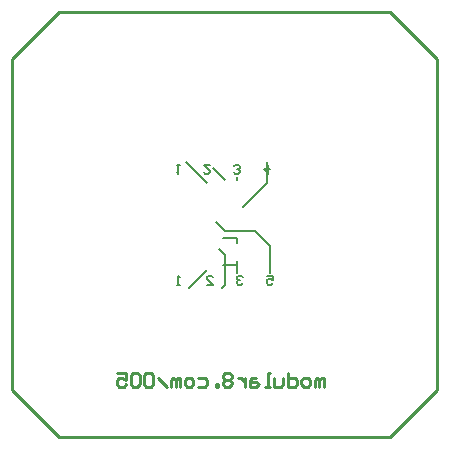
<source format=gbo>
%FSLAX24Y24*%
%MOIN*%
G70*
G01*
G75*
G04 Layer_Color=32896*
G04:AMPARAMS|DCode=10|XSize=100mil|YSize=17mil|CornerRadius=0mil|HoleSize=0mil|Usage=FLASHONLY|Rotation=90.000|XOffset=0mil|YOffset=0mil|HoleType=Round|Shape=Octagon|*
%AMOCTAGOND10*
4,1,8,0.0043,0.0500,-0.0043,0.0500,-0.0085,0.0458,-0.0085,-0.0458,-0.0043,-0.0500,0.0043,-0.0500,0.0085,-0.0458,0.0085,0.0458,0.0043,0.0500,0.0*
%
%ADD10OCTAGOND10*%

%ADD11R,0.0170X0.1000*%
%ADD12C,0.0100*%
%ADD13C,0.0200*%
%ADD14R,0.0625X0.0625*%
%ADD15R,0.0625X0.0625*%
%ADD16R,0.1575X0.0394*%
%ADD17R,0.1181X0.0394*%
%ADD18R,0.1575X0.1181*%
%ADD19R,0.1181X0.1575*%
%ADD20R,0.0197X0.0315*%
%ADD21R,0.0350X0.0310*%
%ADD22R,0.3700X0.1900*%
%ADD23R,0.3800X0.1900*%
%ADD24R,0.1575X1.2598*%
%ADD25R,1.4173X0.1575*%
%ADD26R,0.1575X1.2598*%
%ADD27R,1.1024X0.1575*%
G04:AMPARAMS|DCode=28|XSize=108mil|YSize=25mil|CornerRadius=0mil|HoleSize=0mil|Usage=FLASHONLY|Rotation=90.000|XOffset=0mil|YOffset=0mil|HoleType=Round|Shape=Octagon|*
%AMOCTAGOND28*
4,1,8,0.0063,0.0540,-0.0063,0.0540,-0.0125,0.0478,-0.0125,-0.0478,-0.0063,-0.0540,0.0063,-0.0540,0.0125,-0.0478,0.0125,0.0478,0.0063,0.0540,0.0*
%
%ADD28OCTAGOND28*%

%ADD29R,0.0250X0.1080*%
%ADD30R,0.0705X0.0705*%
%ADD31R,0.0705X0.0705*%
%ADD32R,0.0080X0.0080*%
%ADD33R,0.1655X0.0474*%
%ADD34R,0.1261X0.0474*%
%ADD35R,0.1655X0.1261*%
%ADD36R,0.1261X0.1655*%
%ADD37R,1.2598X0.1575*%
%ADD38R,0.1575X1.1024*%
%ADD39R,0.0277X0.0395*%
%ADD40R,0.0430X0.0390*%
%ADD41C,0.0050*%
%ADD42C,0.0060*%
%ADD43C,0.0088*%
%ADD44C,0.0075*%
D12*
X32984Y37101D02*
X44008D01*
X45582Y35526D01*
Y24502D02*
Y35526D01*
X44008Y22927D02*
X45582Y24502D01*
X32984Y22927D02*
X44008D01*
X31409Y24502D02*
X32984Y22927D01*
X31409Y24502D02*
Y35526D01*
X32984Y37101D01*
D41*
X38450Y28650D02*
X38900D01*
Y28800D01*
Y29400D02*
Y29550D01*
X38450D02*
X38900D01*
D42*
Y31500D02*
Y31600D01*
X37200Y32100D02*
X37900Y31400D01*
X38100Y31900D02*
X38500Y31500D01*
X39100Y30600D02*
X39900Y31400D01*
Y32100D01*
X38200Y30100D02*
X38500Y29800D01*
X39500D01*
X40000Y29300D01*
Y28400D02*
Y29300D01*
X38900Y28400D02*
Y28800D01*
X38300Y29200D02*
X38500Y29000D01*
Y28000D02*
Y29000D01*
X38400Y27900D02*
X38500Y28000D01*
X37300Y27900D02*
X37900Y28500D01*
D43*
X41800Y24600D02*
Y24900D01*
X41725D01*
X41650Y24825D01*
Y24600D01*
Y24825D01*
X41575Y24900D01*
X41500Y24825D01*
Y24600D01*
X41275D02*
X41125D01*
X41050Y24675D01*
Y24825D01*
X41125Y24900D01*
X41275D01*
X41350Y24825D01*
Y24675D01*
X41275Y24600D01*
X40600Y25050D02*
Y24600D01*
X40825D01*
X40900Y24675D01*
Y24825D01*
X40825Y24900D01*
X40600D01*
X40450D02*
Y24675D01*
X40375Y24600D01*
X40151D01*
Y24900D01*
X40001Y24600D02*
X39851D01*
X39926D01*
Y25050D01*
X40001D01*
X39551Y24900D02*
X39401D01*
X39326Y24825D01*
Y24600D01*
X39551D01*
X39626Y24675D01*
X39551Y24750D01*
X39326D01*
X39176Y24900D02*
Y24600D01*
Y24750D01*
X39101Y24825D01*
X39026Y24900D01*
X38951D01*
X38726Y24975D02*
X38651Y25050D01*
X38501D01*
X38426Y24975D01*
Y24900D01*
X38501Y24825D01*
X38426Y24750D01*
Y24675D01*
X38501Y24600D01*
X38651D01*
X38726Y24675D01*
Y24750D01*
X38651Y24825D01*
X38726Y24900D01*
Y24975D01*
X38651Y24825D02*
X38501D01*
X38276Y24600D02*
Y24675D01*
X38201D01*
Y24600D01*
X38276D01*
X37601Y24900D02*
X37826D01*
X37901Y24825D01*
Y24675D01*
X37826Y24600D01*
X37601D01*
X37376D02*
X37226D01*
X37152Y24675D01*
Y24825D01*
X37226Y24900D01*
X37376D01*
X37451Y24825D01*
Y24675D01*
X37376Y24600D01*
X37002D02*
Y24900D01*
X36927D01*
X36852Y24825D01*
Y24600D01*
Y24825D01*
X36777Y24900D01*
X36702Y24825D01*
Y24600D01*
X36552D02*
X36252Y24900D01*
X36102Y24975D02*
X36027Y25050D01*
X35877D01*
X35802Y24975D01*
Y24675D01*
X35877Y24600D01*
X36027D01*
X36102Y24675D01*
Y24975D01*
X35652D02*
X35577Y25050D01*
X35427D01*
X35352Y24975D01*
Y24675D01*
X35427Y24600D01*
X35577D01*
X35652Y24675D01*
Y24975D01*
X34902Y25050D02*
X35202D01*
Y24825D01*
X35052Y24900D01*
X34977D01*
X34902Y24825D01*
Y24675D01*
X34977Y24600D01*
X35127D01*
X35202Y24675D01*
D44*
X39900Y28300D02*
X40100D01*
Y28150D01*
X40000Y28200D01*
X39950D01*
X39900Y28150D01*
Y28050D01*
X39950Y28000D01*
X40050D01*
X40100Y28050D01*
X39950Y32000D02*
Y31700D01*
X39800Y31850D01*
X40000D01*
X38800Y31750D02*
X38850Y31700D01*
X38950D01*
X39000Y31750D01*
Y31800D01*
X38950Y31850D01*
X38900D01*
X38950D01*
X39000Y31900D01*
Y31950D01*
X38950Y32000D01*
X38850D01*
X38800Y31950D01*
X38000Y32000D02*
X37800D01*
X38000Y31800D01*
Y31750D01*
X37950Y31700D01*
X37850D01*
X37800Y31750D01*
X36900Y32000D02*
X37000D01*
X36950D01*
Y31700D01*
X36900Y31750D01*
X39100Y28250D02*
X39050Y28300D01*
X38950D01*
X38900Y28250D01*
Y28200D01*
X38950Y28150D01*
X39000D01*
X38950D01*
X38900Y28100D01*
Y28050D01*
X38950Y28000D01*
X39050D01*
X39100Y28050D01*
X37900Y28000D02*
X38100D01*
X37900Y28200D01*
Y28250D01*
X37950Y28300D01*
X38050D01*
X38100Y28250D01*
X37000Y28000D02*
X36900D01*
X36950D01*
Y28300D01*
X37000Y28250D01*
M02*

</source>
